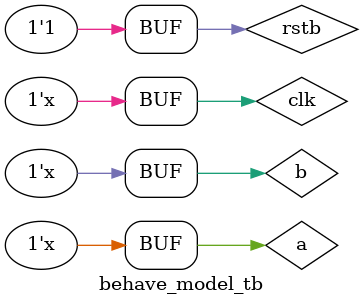
<source format=v>

module behave_model(c, d, rstb, clk, a, b);
output reg c, d;
input rstb, clk, a, b;

always @(posedge clk or negedge rstb)
if(!rstb) begin
    c <= 0;
    d <= 0;
end
else begin
    c <= a;
    d <= b;
end
endmodule

// behave_model_tb.v
`timescale 1ns/1ns

module behave_model_tb;
wire c, d;
reg rstb, clk, a, b;

behave_model behave_model_tb0(
    .rstb(rstb),
    .clk(clk),
    .a(a),
    .b(b),
    .c(c),
    .d(d)
);

initial
begin
    rstb = 0;
    clk = 0;
    a = 0;
    b = 0;
    #15 rstb = 1;
end

always #5 clk = ~clk;
always #10 a = ~a;
always #20 b = ~b;

endmodule

</source>
